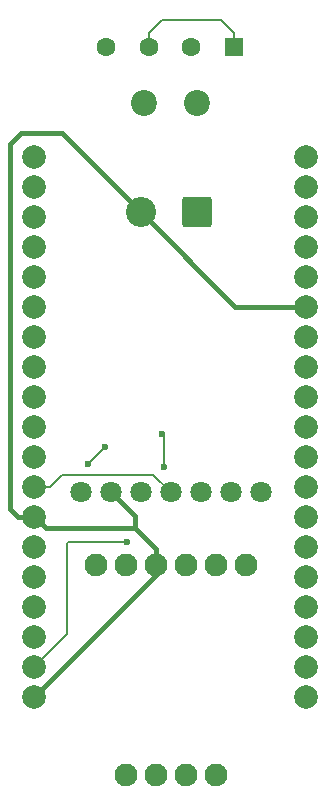
<source format=gbr>
%TF.GenerationSoftware,KiCad,Pcbnew,8.0.8-8.0.8-0~ubuntu24.04.1*%
%TF.CreationDate,2025-02-15T13:21:10-07:00*%
%TF.ProjectId,ESP32 IMU,45535033-3220-4494-9d55-2e6b69636164,rev?*%
%TF.SameCoordinates,Original*%
%TF.FileFunction,Copper,L2,Bot*%
%TF.FilePolarity,Positive*%
%FSLAX46Y46*%
G04 Gerber Fmt 4.6, Leading zero omitted, Abs format (unit mm)*
G04 Created by KiCad (PCBNEW 8.0.8-8.0.8-0~ubuntu24.04.1) date 2025-02-15 13:21:10*
%MOMM*%
%LPD*%
G01*
G04 APERTURE LIST*
G04 Aperture macros list*
%AMRoundRect*
0 Rectangle with rounded corners*
0 $1 Rounding radius*
0 $2 $3 $4 $5 $6 $7 $8 $9 X,Y pos of 4 corners*
0 Add a 4 corners polygon primitive as box body*
4,1,4,$2,$3,$4,$5,$6,$7,$8,$9,$2,$3,0*
0 Add four circle primitives for the rounded corners*
1,1,$1+$1,$2,$3*
1,1,$1+$1,$4,$5*
1,1,$1+$1,$6,$7*
1,1,$1+$1,$8,$9*
0 Add four rect primitives between the rounded corners*
20,1,$1+$1,$2,$3,$4,$5,0*
20,1,$1+$1,$4,$5,$6,$7,0*
20,1,$1+$1,$6,$7,$8,$9,0*
20,1,$1+$1,$8,$9,$2,$3,0*%
G04 Aperture macros list end*
%TA.AperFunction,ComponentPad*%
%ADD10RoundRect,0.249999X1.025001X1.025001X-1.025001X1.025001X-1.025001X-1.025001X1.025001X-1.025001X0*%
%TD*%
%TA.AperFunction,ComponentPad*%
%ADD11C,2.550000*%
%TD*%
%TA.AperFunction,ComponentPad*%
%ADD12RoundRect,0.250000X0.550000X0.550000X-0.550000X0.550000X-0.550000X-0.550000X0.550000X-0.550000X0*%
%TD*%
%TA.AperFunction,ComponentPad*%
%ADD13C,1.600000*%
%TD*%
%TA.AperFunction,ComponentPad*%
%ADD14C,2.000000*%
%TD*%
%TA.AperFunction,ComponentPad*%
%ADD15C,1.800000*%
%TD*%
%TA.AperFunction,ComponentPad*%
%ADD16C,2.200000*%
%TD*%
%TA.AperFunction,ComponentPad*%
%ADD17C,1.930400*%
%TD*%
%TA.AperFunction,ViaPad*%
%ADD18C,0.600000*%
%TD*%
%TA.AperFunction,Conductor*%
%ADD19C,0.400000*%
%TD*%
%TA.AperFunction,Conductor*%
%ADD20C,0.200000*%
%TD*%
G04 APERTURE END LIST*
D10*
%TO.P,J1,1,Pin_1*%
%TO.N,+5v*%
X131750000Y-76500000D03*
D11*
%TO.P,J1,2,Pin_2*%
%TO.N,GND*%
X126950000Y-76500000D03*
%TD*%
D12*
%TO.P,J2,1,Pin_1*%
%TO.N,Low*%
X134850000Y-62500000D03*
D13*
%TO.P,J2,2,Pin_2*%
%TO.N,High*%
X131250000Y-62500000D03*
%TO.P,J2,3,Pin_3*%
%TO.N,Low*%
X127650000Y-62500000D03*
%TO.P,J2,4,Pin_4*%
%TO.N,High*%
X124050000Y-62500000D03*
%TD*%
D14*
%TO.P,UNIT_1,J2-1,3V3*%
%TO.N,unconnected-(UNIT_1-3V3-PadJ2-1)*%
X140981400Y-117536000D03*
%TO.P,UNIT_1,J2-2,EN*%
%TO.N,unconnected-(UNIT_1-EN-PadJ2-2)*%
X140981400Y-114996000D03*
%TO.P,UNIT_1,J2-3,SENSOR_VP*%
%TO.N,unconnected-(UNIT_1-SENSOR_VP-PadJ2-3)*%
X140981400Y-112456000D03*
%TO.P,UNIT_1,J2-4,SENSOR_VN*%
%TO.N,unconnected-(UNIT_1-SENSOR_VN-PadJ2-4)*%
X140981400Y-109916000D03*
%TO.P,UNIT_1,J2-5,IO34*%
%TO.N,unconnected-(UNIT_1-IO34-PadJ2-5)*%
X140981400Y-107376000D03*
%TO.P,UNIT_1,J2-6,IO35*%
%TO.N,unconnected-(UNIT_1-IO35-PadJ2-6)*%
X140981400Y-104836000D03*
%TO.P,UNIT_1,J2-7,IO32*%
%TO.N,unconnected-(UNIT_1-IO32-PadJ2-7)*%
X140981400Y-102296000D03*
%TO.P,UNIT_1,J2-8,IO33*%
%TO.N,unconnected-(UNIT_1-IO33-PadJ2-8)*%
X140981400Y-99756000D03*
%TO.P,UNIT_1,J2-9,IO25*%
%TO.N,unconnected-(UNIT_1-IO25-PadJ2-9)*%
X140981400Y-97216000D03*
%TO.P,UNIT_1,J2-10,IO26*%
%TO.N,unconnected-(UNIT_1-IO26-PadJ2-10)*%
X140981400Y-94676000D03*
%TO.P,UNIT_1,J2-11,IO27*%
%TO.N,unconnected-(UNIT_1-IO27-PadJ2-11)*%
X140981400Y-92136000D03*
%TO.P,UNIT_1,J2-12,IO14*%
%TO.N,unconnected-(UNIT_1-IO14-PadJ2-12)*%
X140981400Y-89596000D03*
%TO.P,UNIT_1,J2-13,IO12*%
%TO.N,unconnected-(UNIT_1-IO12-PadJ2-13)*%
X140981400Y-87056000D03*
%TO.P,UNIT_1,J2-14,GND1*%
%TO.N,GND*%
X140981400Y-84516000D03*
%TO.P,UNIT_1,J2-15,IO13*%
%TO.N,unconnected-(UNIT_1-IO13-PadJ2-15)*%
X140981400Y-81976000D03*
%TO.P,UNIT_1,J2-16,SD2*%
%TO.N,unconnected-(UNIT_1-SD2-PadJ2-16)*%
X140981400Y-79436000D03*
%TO.P,UNIT_1,J2-17,SD3*%
%TO.N,unconnected-(UNIT_1-SD3-PadJ2-17)*%
X140981400Y-76896000D03*
%TO.P,UNIT_1,J2-18,CMD*%
%TO.N,unconnected-(UNIT_1-CMD-PadJ2-18)*%
X140981400Y-74356000D03*
%TO.P,UNIT_1,J2-19,EXT_5V*%
%TO.N,+5v*%
X140981400Y-71816000D03*
%TO.P,UNIT_1,J3-1,GND3*%
%TO.N,GND*%
X117941400Y-117516000D03*
%TO.P,UNIT_1,J3-2,IO23*%
%TO.N,SI*%
X117941400Y-114976000D03*
%TO.P,UNIT_1,J3-3,IO22*%
%TO.N,SCL*%
X117941400Y-112436000D03*
%TO.P,UNIT_1,J3-4,TXD0*%
%TO.N,unconnected-(UNIT_1-TXD0-PadJ3-4)*%
X117941400Y-109896000D03*
%TO.P,UNIT_1,J3-5,RXD0*%
%TO.N,unconnected-(UNIT_1-RXD0-PadJ3-5)*%
X117941400Y-107356000D03*
%TO.P,UNIT_1,J3-6,IO21*%
%TO.N,SDA*%
X117941400Y-104816000D03*
%TO.P,UNIT_1,J3-7,GND2*%
%TO.N,GND*%
X117941400Y-102276000D03*
%TO.P,UNIT_1,J3-8,IO19*%
%TO.N,SO*%
X117941400Y-99736000D03*
%TO.P,UNIT_1,J3-9,IO18*%
%TO.N,SCK*%
X117941400Y-97196000D03*
%TO.P,UNIT_1,J3-10,IO5*%
%TO.N,CS*%
X117941400Y-94656000D03*
%TO.P,UNIT_1,J3-11,IO17*%
%TO.N,unconnected-(UNIT_1-IO17-PadJ3-11)*%
X117941400Y-92116000D03*
%TO.P,UNIT_1,J3-12,IO16*%
%TO.N,unconnected-(UNIT_1-IO16-PadJ3-12)*%
X117941400Y-89576000D03*
%TO.P,UNIT_1,J3-13,IO4*%
%TO.N,unconnected-(UNIT_1-IO4-PadJ3-13)*%
X117941400Y-87036000D03*
%TO.P,UNIT_1,J3-14,IO0*%
%TO.N,unconnected-(UNIT_1-IO0-PadJ3-14)*%
X117941400Y-84496000D03*
%TO.P,UNIT_1,J3-15,IO2*%
%TO.N,unconnected-(UNIT_1-IO2-PadJ3-15)*%
X117941400Y-81956000D03*
%TO.P,UNIT_1,J3-16,IO15*%
%TO.N,unconnected-(UNIT_1-IO15-PadJ3-16)*%
X117941400Y-79416000D03*
%TO.P,UNIT_1,J3-17,SD1*%
%TO.N,unconnected-(UNIT_1-SD1-PadJ3-17)*%
X117941400Y-76876000D03*
%TO.P,UNIT_1,J3-18,SD0*%
%TO.N,unconnected-(UNIT_1-SD0-PadJ3-18)*%
X117941400Y-74336000D03*
%TO.P,UNIT_1,J3-19,CLK*%
%TO.N,unconnected-(UNIT_1-CLK-PadJ3-19)*%
X117941400Y-71796000D03*
%TD*%
D15*
%TO.P,CAN Bus (Facing UP),1,INT*%
%TO.N,unconnected-(UNIT_2-INT-Pad1)*%
X137120000Y-100190000D03*
%TO.P,CAN Bus (Facing UP),2,SCK*%
%TO.N,SCK*%
X134580000Y-100190000D03*
%TO.P,CAN Bus (Facing UP),3,SI*%
%TO.N,SI*%
X132040000Y-100190000D03*
%TO.P,CAN Bus (Facing UP),4,SO*%
%TO.N,SO*%
X129500000Y-100190000D03*
%TO.P,CAN Bus (Facing UP),5,CS*%
%TO.N,CS*%
X126960000Y-100190000D03*
%TO.P,CAN Bus (Facing UP),6,GND*%
%TO.N,GND*%
X124420000Y-100190000D03*
%TO.P,CAN Bus (Facing UP),7,VCC*%
%TO.N,+5v*%
X121880000Y-100190000D03*
D16*
%TO.P,CAN Bus (Facing UP),8,VCC*%
%TO.N,High*%
X131750000Y-67250000D03*
%TO.P,CAN Bus (Facing UP),9,GND*%
%TO.N,Low*%
X127250000Y-67250000D03*
%TD*%
D17*
%TO.P,UNIT_3,1,VIN*%
%TO.N,+5v*%
X123150000Y-106390000D03*
%TO.P,UNIT_3,2,3VO*%
%TO.N,unconnected-(UNIT_3-3VO-Pad2)*%
X125690000Y-106390000D03*
%TO.P,UNIT_3,3,GND*%
%TO.N,GND*%
X128230000Y-106390000D03*
%TO.P,UNIT_3,4,SDA*%
%TO.N,SDA*%
X130770000Y-106390000D03*
%TO.P,UNIT_3,5,SCL*%
%TO.N,SCL*%
X133310000Y-106390000D03*
%TO.P,UNIT_3,6,RST*%
%TO.N,unconnected-(UNIT_3-RST-Pad6)*%
X135850000Y-106390000D03*
%TO.P,UNIT_3,7,ADR*%
%TO.N,unconnected-(UNIT_3-ADR-Pad7)*%
X133310000Y-124170000D03*
%TO.P,UNIT_3,8,INT*%
%TO.N,unconnected-(UNIT_3-INT-Pad8)*%
X130770000Y-124170000D03*
%TO.P,UNIT_3,9,PS1*%
%TO.N,unconnected-(UNIT_3-PS1-Pad9)*%
X128230000Y-124170000D03*
%TO.P,UNIT_3,10,PS0*%
%TO.N,unconnected-(UNIT_3-PS0-Pad10)*%
X125690000Y-124170000D03*
%TD*%
D18*
%TO.N,SI*%
X125800000Y-104400000D03*
%TO.N,CS*%
X128900000Y-98100000D03*
X128800000Y-95300000D03*
%TO.N,+5v*%
X122500000Y-97800000D03*
X123900000Y-96400000D03*
%TD*%
D19*
%TO.N,GND*%
X115900000Y-101600000D02*
X115900000Y-70700000D01*
X134966000Y-84516000D02*
X126950000Y-76500000D01*
X115900000Y-70700000D02*
X116800000Y-69800000D01*
X116800000Y-69800000D02*
X120250000Y-69800000D01*
X128230000Y-105020000D02*
X126460000Y-103250000D01*
X128230000Y-105020000D02*
X128230000Y-106390000D01*
X116576000Y-102276000D02*
X115900000Y-101600000D01*
X120250000Y-69800000D02*
X126950000Y-76500000D01*
X126460000Y-103250000D02*
X118915400Y-103250000D01*
X128230000Y-106390000D02*
X128230000Y-107227400D01*
X117941400Y-102276000D02*
X116576000Y-102276000D01*
X140981400Y-84516000D02*
X134966000Y-84516000D01*
X128230000Y-107227400D02*
X117941400Y-117516000D01*
X118915400Y-103250000D02*
X117941400Y-102276000D01*
X126460000Y-102230000D02*
X124420000Y-100190000D01*
X126460000Y-103250000D02*
X126460000Y-102230000D01*
D20*
%TO.N,SI*%
X120750000Y-112167400D02*
X120750000Y-104500000D01*
X120750000Y-104500000D02*
X120850000Y-104400000D01*
X117941400Y-114976000D02*
X120750000Y-112167400D01*
X120850000Y-104400000D02*
X125800000Y-104400000D01*
%TO.N,CS*%
X128900000Y-95400000D02*
X128800000Y-95300000D01*
X128900000Y-98100000D02*
X128900000Y-95400000D01*
%TO.N,+5v*%
X122500000Y-97800000D02*
X123900000Y-96400000D01*
%TO.N,SO*%
X129500000Y-100190000D02*
X128010000Y-98700000D01*
X120300000Y-98700000D02*
X119264000Y-99736000D01*
X128010000Y-98700000D02*
X120300000Y-98700000D01*
X119264000Y-99736000D02*
X117941400Y-99736000D01*
%TO.N,Low*%
X128750000Y-60250000D02*
X127650000Y-61350000D01*
X134850000Y-61350000D02*
X133750000Y-60250000D01*
X133750000Y-60250000D02*
X128750000Y-60250000D01*
X134850000Y-62500000D02*
X134850000Y-61350000D01*
X127650000Y-61350000D02*
X127650000Y-62500000D01*
%TD*%
M02*

</source>
